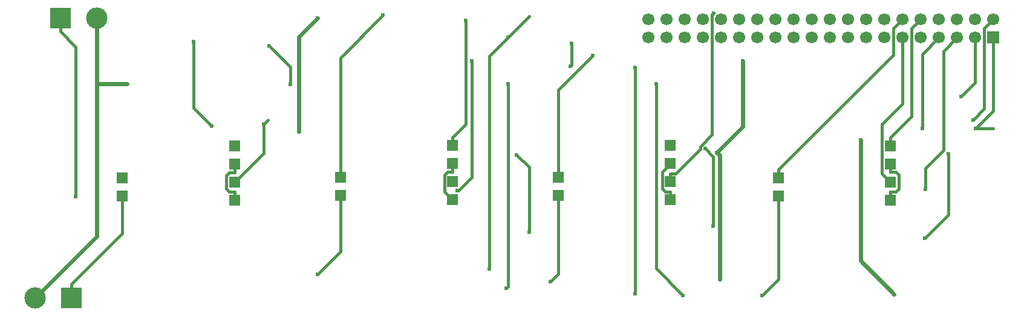
<source format=gbr>
%TF.GenerationSoftware,KiCad,Pcbnew,9.0.2*%
%TF.CreationDate,2025-07-16T22:26:27+02:00*%
%TF.ProjectId,flt-ctl-fo,666c742d-6374-46c2-9d66-6f2e6b696361,rev?*%
%TF.SameCoordinates,Original*%
%TF.FileFunction,Copper,L2,Bot*%
%TF.FilePolarity,Positive*%
%FSLAX46Y46*%
G04 Gerber Fmt 4.6, Leading zero omitted, Abs format (unit mm)*
G04 Created by KiCad (PCBNEW 9.0.2) date 2025-07-16 22:26:27*
%MOMM*%
%LPD*%
G01*
G04 APERTURE LIST*
%TA.AperFunction,ComponentPad*%
%ADD10R,3.000000X3.000000*%
%TD*%
%TA.AperFunction,ComponentPad*%
%ADD11C,3.000000*%
%TD*%
%TA.AperFunction,ComponentPad*%
%ADD12R,1.500000X1.500000*%
%TD*%
%TA.AperFunction,ComponentPad*%
%ADD13R,1.700000X1.700000*%
%TD*%
%TA.AperFunction,ComponentPad*%
%ADD14C,1.700000*%
%TD*%
%TA.AperFunction,ViaPad*%
%ADD15C,0.600000*%
%TD*%
%TA.AperFunction,Conductor*%
%ADD16C,0.400000*%
%TD*%
%TA.AperFunction,Conductor*%
%ADD17C,0.600000*%
%TD*%
G04 APERTURE END LIST*
D10*
%TO.P,J3,1,Pin_1*%
%TO.N,GND*%
X84540000Y-119600000D03*
D11*
%TO.P,J3,2,Pin_2*%
%TO.N,+12V*%
X79460000Y-119600000D03*
%TD*%
D12*
%TO.P,KR1,1,+5V_TOP_LED*%
%TO.N,Net-(J2-Pin_1)*%
X107375000Y-98275000D03*
%TO.P,KR1,2,GND_TOP_LED*%
%TO.N,GND*%
X107375000Y-100815000D03*
%TO.P,KR1,3,+5V_BOTTOM_LED*%
%TO.N,Net-(J2-Pin_2)*%
X107375000Y-103355000D03*
%TO.P,KR1,4,GND_BOTTOM_LED*%
%TO.N,GND*%
X107375000Y-105895000D03*
%TO.P,KR1,5,SW_IN*%
%TO.N,Net-(J2-Pin_3)*%
X91675000Y-102775000D03*
%TO.P,KR1,6,SW_OUT*%
%TO.N,GND*%
X91675000Y-105315000D03*
%TD*%
%TO.P,KR4,1,+5V_TOP_LED*%
%TO.N,Net-(J2-Pin_10)*%
X199200000Y-98250000D03*
%TO.P,KR4,2,GND_TOP_LED*%
%TO.N,GND*%
X199200000Y-100790000D03*
%TO.P,KR4,3,+5V_BOTTOM_LED*%
%TO.N,Net-(J2-Pin_11)*%
X199200000Y-103330000D03*
%TO.P,KR4,4,GND_BOTTOM_LED*%
%TO.N,GND*%
X199200000Y-105870000D03*
%TO.P,KR4,5,SW_IN*%
%TO.N,Net-(J2-Pin_12)*%
X183500000Y-102750000D03*
%TO.P,KR4,6,SW_OUT*%
%TO.N,GND*%
X183500000Y-105290000D03*
%TD*%
%TO.P,KR3,1,+5V_TOP_LED*%
%TO.N,Net-(J2-Pin_7)*%
X168375000Y-98225000D03*
%TO.P,KR3,2,GND_TOP_LED*%
%TO.N,GND*%
X168375000Y-100765000D03*
%TO.P,KR3,3,+5V_BOTTOM_LED*%
%TO.N,Net-(J2-Pin_8)*%
X168375000Y-103305000D03*
%TO.P,KR3,4,GND_BOTTOM_LED*%
%TO.N,GND*%
X168375000Y-105845000D03*
%TO.P,KR3,5,SW_IN*%
%TO.N,Net-(J2-Pin_9)*%
X152675000Y-102725000D03*
%TO.P,KR3,6,SW_OUT*%
%TO.N,GND*%
X152675000Y-105265000D03*
%TD*%
%TO.P,KR2,1,+5V_TOP_LED*%
%TO.N,Net-(J2-Pin_4)*%
X137900000Y-98225000D03*
%TO.P,KR2,2,GND_TOP_LED*%
%TO.N,GND*%
X137900000Y-100765000D03*
%TO.P,KR2,3,+5V_BOTTOM_LED*%
%TO.N,Net-(J2-Pin_5)*%
X137900000Y-103305000D03*
%TO.P,KR2,4,GND_BOTTOM_LED*%
%TO.N,GND*%
X137900000Y-105845000D03*
%TO.P,KR2,5,SW_IN*%
%TO.N,Net-(J2-Pin_6)*%
X122200000Y-102725000D03*
%TO.P,KR2,6,SW_OUT*%
%TO.N,GND*%
X122200000Y-105265000D03*
%TD*%
D10*
%TO.P,J1,1,Pin_1*%
%TO.N,GND*%
X83010000Y-80325000D03*
D11*
%TO.P,J1,2,Pin_2*%
%TO.N,+12V*%
X88090000Y-80325000D03*
%TD*%
D13*
%TO.P,J2,1,Pin_1*%
%TO.N,Net-(J2-Pin_1)*%
X213610000Y-83075000D03*
D14*
%TO.P,J2,2,Pin_2*%
%TO.N,Net-(J2-Pin_2)*%
X213610000Y-80535000D03*
%TO.P,J2,3,Pin_3*%
%TO.N,Net-(J2-Pin_3)*%
X211070000Y-83075000D03*
%TO.P,J2,4,Pin_4*%
%TO.N,Net-(J2-Pin_4)*%
X211070000Y-80535000D03*
%TO.P,J2,5,Pin_5*%
%TO.N,Net-(J2-Pin_5)*%
X208530000Y-83075000D03*
%TO.P,J2,6,Pin_6*%
%TO.N,Net-(J2-Pin_6)*%
X208530000Y-80535000D03*
%TO.P,J2,7,Pin_7*%
%TO.N,Net-(J2-Pin_7)*%
X205990000Y-83075000D03*
%TO.P,J2,8,Pin_8*%
%TO.N,Net-(J2-Pin_8)*%
X205990000Y-80535000D03*
%TO.P,J2,9,Pin_9*%
%TO.N,Net-(J2-Pin_9)*%
X203450000Y-83075000D03*
%TO.P,J2,10,Pin_10*%
%TO.N,Net-(J2-Pin_10)*%
X203450000Y-80535000D03*
%TO.P,J2,11,Pin_11*%
%TO.N,Net-(J2-Pin_11)*%
X200910000Y-83075000D03*
%TO.P,J2,12,Pin_12*%
%TO.N,Net-(J2-Pin_12)*%
X200910000Y-80535000D03*
%TO.P,J2,13,Pin_13*%
%TO.N,unconnected-(J2-Pin_13-Pad13)*%
X198370000Y-83075000D03*
%TO.P,J2,14,Pin_14*%
%TO.N,unconnected-(J2-Pin_14-Pad14)*%
X198370000Y-80535000D03*
%TO.P,J2,15,Pin_15*%
%TO.N,unconnected-(J2-Pin_15-Pad15)*%
X195830000Y-83075000D03*
%TO.P,J2,16,Pin_16*%
%TO.N,unconnected-(J2-Pin_16-Pad16)*%
X195830000Y-80535000D03*
%TO.P,J2,17,Pin_17*%
%TO.N,unconnected-(J2-Pin_17-Pad17)*%
X193290000Y-83075000D03*
%TO.P,J2,18,Pin_18*%
%TO.N,unconnected-(J2-Pin_18-Pad18)*%
X193290000Y-80535000D03*
%TO.P,J2,19,Pin_19*%
%TO.N,unconnected-(J2-Pin_19-Pad19)*%
X190750000Y-83075000D03*
%TO.P,J2,20,Pin_20*%
%TO.N,unconnected-(J2-Pin_20-Pad20)*%
X190750000Y-80535000D03*
%TO.P,J2,21,Pin_21*%
%TO.N,unconnected-(J2-Pin_21-Pad21)*%
X188210000Y-83075000D03*
%TO.P,J2,22,Pin_22*%
%TO.N,unconnected-(J2-Pin_22-Pad22)*%
X188210000Y-80535000D03*
%TO.P,J2,23,Pin_23*%
%TO.N,unconnected-(J2-Pin_23-Pad23)*%
X185670000Y-83075000D03*
%TO.P,J2,24,Pin_24*%
%TO.N,unconnected-(J2-Pin_24-Pad24)*%
X185670000Y-80535000D03*
%TO.P,J2,25,Pin_25*%
%TO.N,unconnected-(J2-Pin_25-Pad25)*%
X183130000Y-83075000D03*
%TO.P,J2,26,Pin_26*%
%TO.N,unconnected-(J2-Pin_26-Pad26)*%
X183130000Y-80535000D03*
%TO.P,J2,27,Pin_27*%
%TO.N,unconnected-(J2-Pin_27-Pad27)*%
X180590000Y-83075000D03*
%TO.P,J2,28,Pin_28*%
%TO.N,unconnected-(J2-Pin_28-Pad28)*%
X180590000Y-80535000D03*
%TO.P,J2,29,Pin_29*%
%TO.N,unconnected-(J2-Pin_29-Pad29)*%
X178050000Y-83075000D03*
%TO.P,J2,30,Pin_30*%
%TO.N,unconnected-(J2-Pin_30-Pad30)*%
X178050000Y-80535000D03*
%TO.P,J2,31,Pin_31*%
%TO.N,unconnected-(J2-Pin_31-Pad31)*%
X175510000Y-83075000D03*
%TO.P,J2,32,Pin_32*%
%TO.N,unconnected-(J2-Pin_32-Pad32)*%
X175510000Y-80535000D03*
%TO.P,J2,33,Pin_33*%
%TO.N,unconnected-(J2-Pin_33-Pad33)*%
X172970000Y-83075000D03*
%TO.P,J2,34,Pin_34*%
%TO.N,unconnected-(J2-Pin_34-Pad34)*%
X172970000Y-80535000D03*
%TO.P,J2,35,Pin_35*%
%TO.N,unconnected-(J2-Pin_35-Pad35)*%
X170430000Y-83075000D03*
%TO.P,J2,36,Pin_36*%
%TO.N,unconnected-(J2-Pin_36-Pad36)*%
X170430000Y-80535000D03*
%TO.P,J2,37,Pin_37*%
%TO.N,unconnected-(J2-Pin_37-Pad37)*%
X167890000Y-83075000D03*
%TO.P,J2,38,Pin_38*%
%TO.N,unconnected-(J2-Pin_38-Pad38)*%
X167890000Y-80535000D03*
%TO.P,J2,39,Pin_39*%
%TO.N,unconnected-(J2-Pin_39-Pad39)*%
X165350000Y-83075000D03*
%TO.P,J2,40,Pin_40*%
%TO.N,unconnected-(J2-Pin_40-Pad40)*%
X165350000Y-80535000D03*
%TD*%
D15*
%TO.N,Net-(D30-K)*%
X138547200Y-104575000D03*
X140565100Y-86313200D03*
%TO.N,Net-(D26-K)*%
X207333900Y-99419300D03*
X204022300Y-111213800D03*
%TO.N,Net-(J2-Pin_1)*%
X211154800Y-95826800D03*
%TO.N,Net-(J2-Pin_4)*%
X139724300Y-80674000D03*
%TO.N,Net-(J2-Pin_7)*%
X203649000Y-95840500D03*
%TO.N,Net-(J2-Pin_2)*%
X111472200Y-95252700D03*
X210746200Y-94636000D03*
%TO.N,Net-(J2-Pin_6)*%
X128179900Y-79926800D03*
%TO.N,Net-(J2-Pin_3)*%
X209089100Y-91331600D03*
%TO.N,Net-(J2-Pin_8)*%
X174426800Y-79625200D03*
%TO.N,Net-(J2-Pin_5)*%
X204079600Y-104413200D03*
%TO.N,Net-(J2-Pin_9)*%
X157504100Y-85544300D03*
%TO.N,GND*%
X118981200Y-116282000D03*
X181210500Y-119249200D03*
X151577500Y-117352300D03*
X85139600Y-105373900D03*
%TO.N,Net-(D22-K)*%
X174393100Y-109569200D03*
X173259200Y-98633700D03*
%TO.N,Net-(D21-K)*%
X170175100Y-119249200D03*
X166394000Y-89577200D03*
%TO.N,Net-(D20-K)*%
X163430700Y-87269800D03*
X163430700Y-119066900D03*
%TO.N,Net-(D18-K)*%
X145650900Y-89577200D03*
X145375000Y-118259700D03*
%TO.N,Net-(D17-K)*%
X154540800Y-83872500D03*
X154372000Y-87101000D03*
%TO.N,Net-(D16-K)*%
X145650900Y-83079000D03*
X143079200Y-115524500D03*
%TO.N,Net-(D13-K)*%
X146893400Y-99509400D03*
X148666000Y-110347600D03*
%TO.N,Net-(D9-K)*%
X115200900Y-89661200D03*
X112213800Y-84242600D03*
%TO.N,Net-(D7-K)*%
X104164700Y-95511600D03*
X101634600Y-83642800D03*
%TO.N,+12V*%
X92311500Y-89577200D03*
X175283900Y-116983400D03*
X174905500Y-99181500D03*
X116333700Y-96223700D03*
X118981200Y-80325000D03*
X178521100Y-86359500D03*
X194993200Y-97445000D03*
X199686600Y-119098400D03*
%TD*%
D16*
%TO.N,Net-(D30-K)*%
X140565100Y-102721600D02*
X140565100Y-86313200D01*
X138711700Y-104575000D02*
X140565100Y-102721600D01*
X138547200Y-104575000D02*
X138711700Y-104575000D01*
%TO.N,Net-(D26-K)*%
X207333900Y-107902200D02*
X204022300Y-111213800D01*
X207333900Y-99419300D02*
X207333900Y-107902200D01*
%TO.N,Net-(J2-Pin_1)*%
X213610000Y-93371600D02*
X213610000Y-83075000D01*
X211154800Y-95826800D02*
X213610000Y-93371600D01*
X211154800Y-95826800D02*
X213610000Y-95826800D01*
X213610000Y-95826800D02*
X211154800Y-95826800D01*
%TO.N,Net-(J2-Pin_11)*%
X198027200Y-102157200D02*
X199200000Y-103330000D01*
X198027200Y-95230500D02*
X198027200Y-102157200D01*
X200910000Y-92347700D02*
X198027200Y-95230500D01*
X200910000Y-83075000D02*
X200910000Y-92347700D01*
%TO.N,Net-(J2-Pin_4)*%
X137900000Y-98225000D02*
X137900000Y-97073300D01*
X139724300Y-95249000D02*
X137900000Y-97073300D01*
X139724300Y-80674000D02*
X139724300Y-95249000D01*
%TO.N,Net-(J2-Pin_10)*%
X202180000Y-94118300D02*
X199200000Y-97098300D01*
X202180000Y-81805000D02*
X202180000Y-94118300D01*
X203450000Y-80535000D02*
X202180000Y-81805000D01*
X199200000Y-98250000D02*
X199200000Y-97098300D01*
%TO.N,Net-(J2-Pin_7)*%
X203649000Y-85416000D02*
X205990000Y-83075000D01*
X203649000Y-95840500D02*
X203649000Y-85416000D01*
X203649000Y-95840500D02*
X203569700Y-95761200D01*
X203569700Y-95761200D02*
X203649000Y-95840500D01*
%TO.N,Net-(J2-Pin_2)*%
X111472200Y-99257800D02*
X111472200Y-95252700D01*
X107375000Y-103355000D02*
X111472200Y-99257800D01*
X212340000Y-93042200D02*
X210746200Y-94636000D01*
X212340000Y-81805000D02*
X212340000Y-93042200D01*
X213610000Y-80535000D02*
X212340000Y-81805000D01*
X210746200Y-94636000D02*
X210746200Y-94636100D01*
X210746200Y-94636100D02*
X210746200Y-94636000D01*
X111472200Y-95252700D02*
X112088800Y-94636100D01*
X112088800Y-94636100D02*
X111472200Y-95252700D01*
%TO.N,Net-(J2-Pin_6)*%
X122200000Y-85906700D02*
X122200000Y-102725000D01*
X128179900Y-79926800D02*
X122200000Y-85906700D01*
%TO.N,Net-(J2-Pin_12)*%
X199640000Y-85458300D02*
X183500000Y-101598300D01*
X199640000Y-81805000D02*
X199640000Y-85458300D01*
X200910000Y-80535000D02*
X199640000Y-81805000D01*
X183500000Y-102750000D02*
X183500000Y-101598300D01*
%TO.N,Net-(J2-Pin_3)*%
X211070000Y-89350700D02*
X209089100Y-91331600D01*
X211070000Y-83075000D02*
X211070000Y-89350700D01*
%TO.N,Net-(J2-Pin_8)*%
X168375000Y-103305000D02*
X168375000Y-102153300D01*
X169094800Y-102153300D02*
X168375000Y-102153300D01*
X172557500Y-98690600D02*
X169094800Y-102153300D01*
X172557500Y-98343200D02*
X172557500Y-98690600D01*
X174240100Y-96660600D02*
X172557500Y-98343200D01*
X174240100Y-79811900D02*
X174240100Y-96660600D01*
X174426800Y-79625200D02*
X174240100Y-79811900D01*
%TO.N,Net-(J2-Pin_5)*%
X204079600Y-101407400D02*
X204079600Y-104413200D01*
X206633700Y-98853300D02*
X204079600Y-101407400D01*
X206633700Y-84971300D02*
X206633700Y-98853300D01*
X208530000Y-83075000D02*
X206633700Y-84971300D01*
%TO.N,Net-(J2-Pin_9)*%
X152675000Y-90373400D02*
X152675000Y-102725000D01*
X157504100Y-85544300D02*
X152675000Y-90373400D01*
%TO.N,GND*%
X199919900Y-104718300D02*
X199200000Y-104718300D01*
X200351700Y-104286500D02*
X199919900Y-104718300D01*
X200351700Y-102373500D02*
X200351700Y-104286500D01*
X199919900Y-101941700D02*
X200351700Y-102373500D01*
X199200000Y-101941700D02*
X199919900Y-101941700D01*
X199200000Y-100790000D02*
X199200000Y-101941700D01*
X199200000Y-105870000D02*
X199200000Y-104718300D01*
X122200000Y-113063200D02*
X122200000Y-105265000D01*
X118981200Y-116282000D02*
X122200000Y-113063200D01*
X183500000Y-116959700D02*
X183500000Y-105290000D01*
X181210500Y-119249200D02*
X183500000Y-116959700D01*
X167223300Y-101916700D02*
X168375000Y-100765000D01*
X167223300Y-104261500D02*
X167223300Y-101916700D01*
X167655100Y-104693300D02*
X167223300Y-104261500D01*
X168375000Y-104693300D02*
X167655100Y-104693300D01*
X168375000Y-105845000D02*
X168375000Y-104693300D01*
X91675000Y-110563300D02*
X91675000Y-105315000D01*
X84540000Y-117698300D02*
X91675000Y-110563300D01*
X84540000Y-119600000D02*
X84540000Y-117698300D01*
X106655100Y-101966700D02*
X107375000Y-101966700D01*
X106223300Y-102398500D02*
X106655100Y-101966700D01*
X106223300Y-104311500D02*
X106223300Y-102398500D01*
X106655100Y-104743300D02*
X106223300Y-104311500D01*
X107375000Y-104743300D02*
X106655100Y-104743300D01*
X107375000Y-105895000D02*
X107375000Y-104743300D01*
X137180100Y-101916700D02*
X137900000Y-101916700D01*
X136748300Y-102348500D02*
X137180100Y-101916700D01*
X136748300Y-104693300D02*
X136748300Y-102348500D01*
X137900000Y-105845000D02*
X136748300Y-104693300D01*
X137900000Y-100765000D02*
X137900000Y-101916700D01*
X152675000Y-116254800D02*
X152675000Y-105265000D01*
X151577500Y-117352300D02*
X152675000Y-116254800D01*
X85139600Y-84356300D02*
X83010000Y-82226700D01*
X85139600Y-105373900D02*
X85139600Y-84356300D01*
X83010000Y-80325000D02*
X83010000Y-82226700D01*
X107375000Y-100815000D02*
X107375000Y-101966700D01*
%TO.N,Net-(D22-K)*%
X174393100Y-99767600D02*
X174393100Y-109569200D01*
X173259200Y-98633700D02*
X174393100Y-99767600D01*
%TO.N,Net-(D21-K)*%
X166394000Y-115468100D02*
X166394000Y-89577200D01*
X170175100Y-119249200D02*
X166394000Y-115468100D01*
%TO.N,Net-(D20-K)*%
X163430700Y-87269800D02*
X163430700Y-119066900D01*
%TO.N,Net-(D18-K)*%
X145650900Y-117983800D02*
X145375000Y-118259700D01*
X145650900Y-89577200D02*
X145650900Y-117983800D01*
%TO.N,Net-(D17-K)*%
X154540800Y-86932200D02*
X154372000Y-87101000D01*
X154540800Y-83872500D02*
X154540800Y-86932200D01*
%TO.N,Net-(D16-K)*%
X143079200Y-85650700D02*
X143079200Y-115524500D01*
X145650900Y-83079000D02*
X143079200Y-85650700D01*
X145650900Y-83079000D02*
X148616300Y-80113600D01*
X148616300Y-80113600D02*
X145650900Y-83079000D01*
%TO.N,Net-(D13-K)*%
X148666000Y-101282000D02*
X148666000Y-110347600D01*
X146893400Y-99509400D02*
X148666000Y-101282000D01*
%TO.N,Net-(D9-K)*%
X115200900Y-87229700D02*
X112213800Y-84242600D01*
X115200900Y-89661200D02*
X115200900Y-87229700D01*
%TO.N,Net-(D7-K)*%
X101634600Y-92981500D02*
X101634600Y-83642800D01*
X104164700Y-95511600D02*
X101634600Y-92981500D01*
D17*
%TO.N,+12V*%
X88090000Y-89577200D02*
X92311500Y-89577200D01*
X88090000Y-80325000D02*
X88090000Y-89577200D01*
X88090000Y-110970000D02*
X79460000Y-119600000D01*
X88090000Y-89577200D02*
X88090000Y-110970000D01*
X116333700Y-82972500D02*
X116333700Y-96223700D01*
X118981200Y-80325000D02*
X116333700Y-82972500D01*
X175283900Y-99559900D02*
X174905500Y-99181500D01*
X175283900Y-116983400D02*
X175283900Y-99559900D01*
X178521100Y-95565900D02*
X174905500Y-99181500D01*
X178521100Y-86359500D02*
X178521100Y-95565900D01*
X194993200Y-114405000D02*
X194993200Y-97445000D01*
X199686600Y-119098400D02*
X194993200Y-114405000D01*
%TD*%
M02*

</source>
